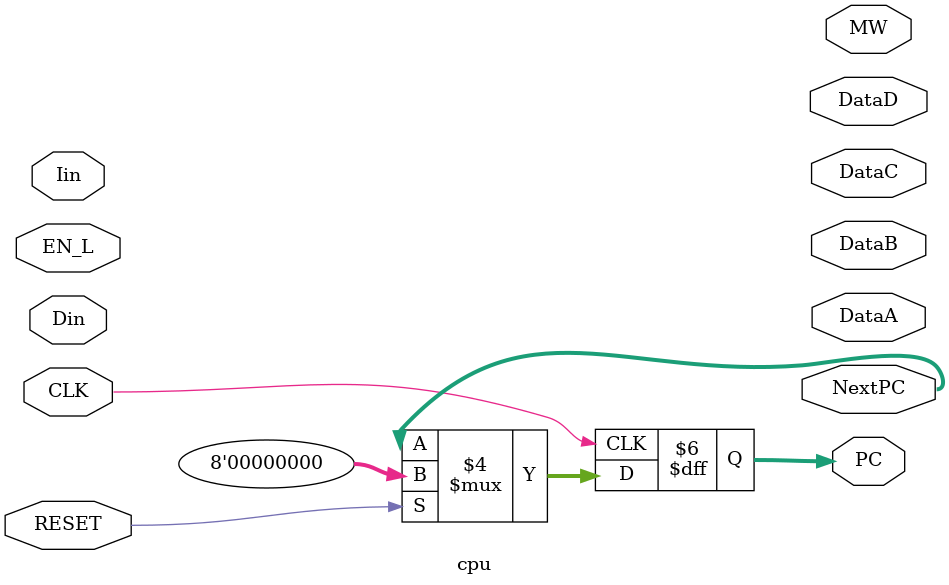
<source format=v>
module cpu(CLK, RESET, EN_L, Iin, Din, PC, NextPC, DataA, DataB, DataC, DataD, MW);
  input         CLK;
  input         RESET;
  input         EN_L;
  input  [15:0] Iin;
  input  [7:0]  Din;
  
  output [7:0]  PC;
  output [7:0]  NextPC;
  output [7:0]  DataA;
  output [7:0]  DataB;
  output [7:0]  DataC;
  output [7:0]  DataD;
  output        MW;
  
  // comment the two lines out below if you use a submodule to generate PC/NextPC
  reg [7:0] PC;
  reg [7:0] NextPC;
  
  reg MW;
  
  
  
  // ADD YOUR CODE BELOW THIS LINE
  always @ (posedge CLK) begin
		if(RESET) PC <= 8'd0;
		else PC <= NextPC;
  end
  
  always@(*) begin
		//set NextPC to stuff here.
		
  end
  
  
  
  
  
  // ADD YOUR CODE ABOVE THIS LINE

endmodule
</source>
